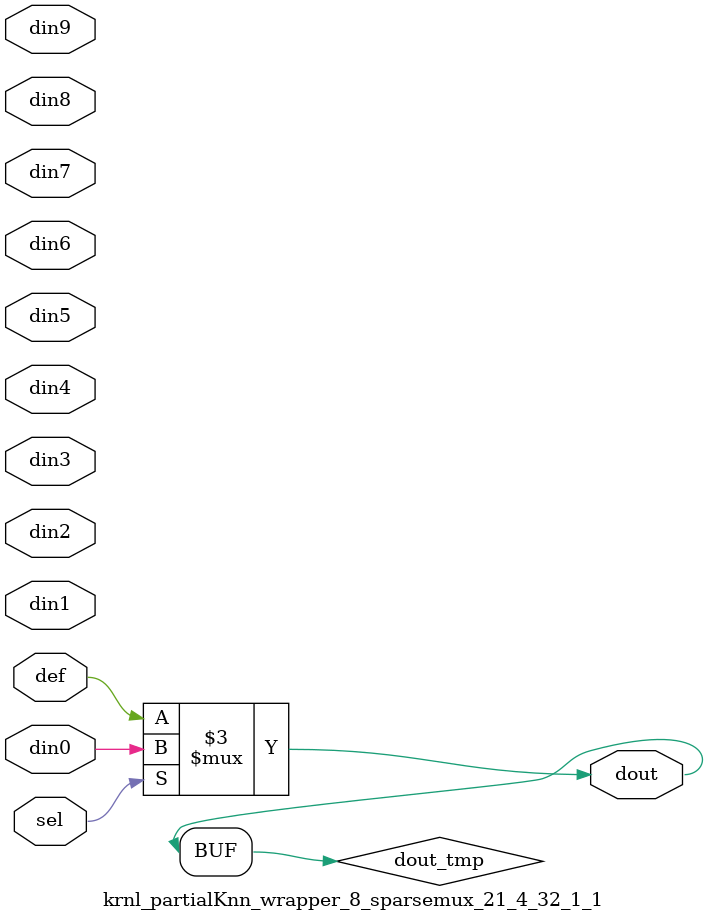
<source format=v>
`timescale 1ns / 1ps

module krnl_partialKnn_wrapper_8_sparsemux_21_4_32_1_1 (din0,din1,din2,din3,din4,din5,din6,din7,din8,din9,def,sel,dout);

parameter din0_WIDTH = 1;

parameter din1_WIDTH = 1;

parameter din2_WIDTH = 1;

parameter din3_WIDTH = 1;

parameter din4_WIDTH = 1;

parameter din5_WIDTH = 1;

parameter din6_WIDTH = 1;

parameter din7_WIDTH = 1;

parameter din8_WIDTH = 1;

parameter din9_WIDTH = 1;

parameter def_WIDTH = 1;
parameter sel_WIDTH = 1;
parameter dout_WIDTH = 1;

parameter [sel_WIDTH-1:0] CASE0 = 1;

parameter [sel_WIDTH-1:0] CASE1 = 1;

parameter [sel_WIDTH-1:0] CASE2 = 1;

parameter [sel_WIDTH-1:0] CASE3 = 1;

parameter [sel_WIDTH-1:0] CASE4 = 1;

parameter [sel_WIDTH-1:0] CASE5 = 1;

parameter [sel_WIDTH-1:0] CASE6 = 1;

parameter [sel_WIDTH-1:0] CASE7 = 1;

parameter [sel_WIDTH-1:0] CASE8 = 1;

parameter [sel_WIDTH-1:0] CASE9 = 1;

parameter ID = 1;
parameter NUM_STAGE = 1;



input [din0_WIDTH-1:0] din0;

input [din1_WIDTH-1:0] din1;

input [din2_WIDTH-1:0] din2;

input [din3_WIDTH-1:0] din3;

input [din4_WIDTH-1:0] din4;

input [din5_WIDTH-1:0] din5;

input [din6_WIDTH-1:0] din6;

input [din7_WIDTH-1:0] din7;

input [din8_WIDTH-1:0] din8;

input [din9_WIDTH-1:0] din9;

input [def_WIDTH-1:0] def;
input [sel_WIDTH-1:0] sel;

output [dout_WIDTH-1:0] dout;



reg [dout_WIDTH-1:0] dout_tmp;

always @ (*) begin
case (sel)
    
    CASE0 : dout_tmp = din0;
    
    CASE1 : dout_tmp = din1;
    
    CASE2 : dout_tmp = din2;
    
    CASE3 : dout_tmp = din3;
    
    CASE4 : dout_tmp = din4;
    
    CASE5 : dout_tmp = din5;
    
    CASE6 : dout_tmp = din6;
    
    CASE7 : dout_tmp = din7;
    
    CASE8 : dout_tmp = din8;
    
    CASE9 : dout_tmp = din9;
    
    default : dout_tmp = def;
endcase
end


assign dout = dout_tmp;



endmodule

</source>
